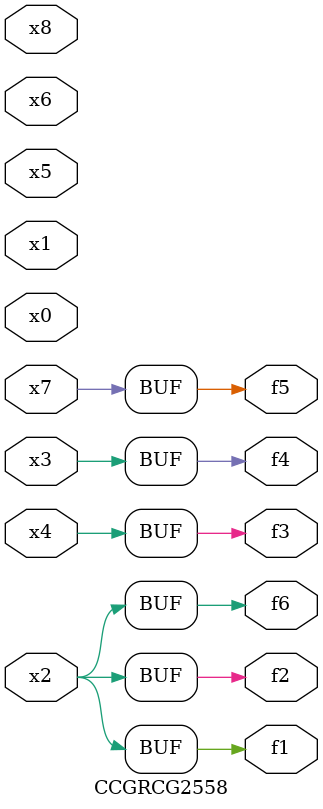
<source format=v>
module CCGRCG2558(
	input x0, x1, x2, x3, x4, x5, x6, x7, x8,
	output f1, f2, f3, f4, f5, f6
);
	assign f1 = x2;
	assign f2 = x2;
	assign f3 = x4;
	assign f4 = x3;
	assign f5 = x7;
	assign f6 = x2;
endmodule

</source>
